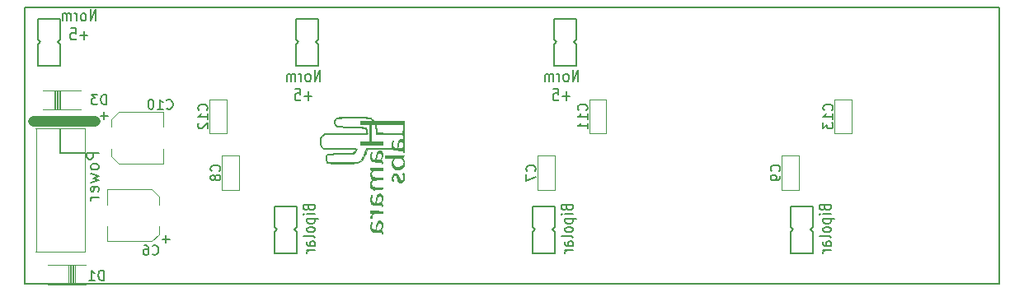
<source format=gbo>
G04 #@! TF.FileFunction,Legend,Bot*
%FSLAX46Y46*%
G04 Gerber Fmt 4.6, Leading zero omitted, Abs format (unit mm)*
G04 Created by KiCad (PCBNEW 4.0.5) date 08/02/17 20:53:55*
%MOMM*%
%LPD*%
G01*
G04 APERTURE LIST*
%ADD10C,0.100000*%
%ADD11C,0.150000*%
%ADD12C,1.100000*%
%ADD13C,0.120000*%
%ADD14C,0.010000*%
G04 APERTURE END LIST*
D10*
D11*
X106042857Y-105728572D02*
X104842857Y-105728572D01*
X104842857Y-106185715D01*
X104900000Y-106300001D01*
X104957143Y-106357144D01*
X105071429Y-106414287D01*
X105242857Y-106414287D01*
X105357143Y-106357144D01*
X105414286Y-106300001D01*
X105471429Y-106185715D01*
X105471429Y-105728572D01*
X106042857Y-107100001D02*
X105985714Y-106985715D01*
X105928571Y-106928572D01*
X105814286Y-106871429D01*
X105471429Y-106871429D01*
X105357143Y-106928572D01*
X105300000Y-106985715D01*
X105242857Y-107100001D01*
X105242857Y-107271429D01*
X105300000Y-107385715D01*
X105357143Y-107442858D01*
X105471429Y-107500001D01*
X105814286Y-107500001D01*
X105928571Y-107442858D01*
X105985714Y-107385715D01*
X106042857Y-107271429D01*
X106042857Y-107100001D01*
X105242857Y-107900001D02*
X106042857Y-108128572D01*
X105471429Y-108357143D01*
X106042857Y-108585715D01*
X105242857Y-108814286D01*
X105985714Y-109728572D02*
X106042857Y-109614286D01*
X106042857Y-109385715D01*
X105985714Y-109271429D01*
X105871429Y-109214286D01*
X105414286Y-109214286D01*
X105300000Y-109271429D01*
X105242857Y-109385715D01*
X105242857Y-109614286D01*
X105300000Y-109728572D01*
X105414286Y-109785715D01*
X105528571Y-109785715D01*
X105642857Y-109214286D01*
X106042857Y-110300000D02*
X105242857Y-110300000D01*
X105471429Y-110300000D02*
X105357143Y-110357143D01*
X105300000Y-110414286D01*
X105242857Y-110528572D01*
X105242857Y-110642857D01*
D12*
X99300000Y-102500000D02*
X105700000Y-102500000D01*
D11*
X180614286Y-111404762D02*
X180671429Y-111547619D01*
X180728571Y-111595238D01*
X180842857Y-111642857D01*
X181014286Y-111642857D01*
X181128571Y-111595238D01*
X181185714Y-111547619D01*
X181242857Y-111452381D01*
X181242857Y-111071428D01*
X180042857Y-111071428D01*
X180042857Y-111404762D01*
X180100000Y-111500000D01*
X180157143Y-111547619D01*
X180271429Y-111595238D01*
X180385714Y-111595238D01*
X180500000Y-111547619D01*
X180557143Y-111500000D01*
X180614286Y-111404762D01*
X180614286Y-111071428D01*
X181242857Y-112071428D02*
X180442857Y-112071428D01*
X180042857Y-112071428D02*
X180100000Y-112023809D01*
X180157143Y-112071428D01*
X180100000Y-112119047D01*
X180042857Y-112071428D01*
X180157143Y-112071428D01*
X180442857Y-112547618D02*
X181642857Y-112547618D01*
X180500000Y-112547618D02*
X180442857Y-112642856D01*
X180442857Y-112833333D01*
X180500000Y-112928571D01*
X180557143Y-112976190D01*
X180671429Y-113023809D01*
X181014286Y-113023809D01*
X181128571Y-112976190D01*
X181185714Y-112928571D01*
X181242857Y-112833333D01*
X181242857Y-112642856D01*
X181185714Y-112547618D01*
X181242857Y-113595237D02*
X181185714Y-113499999D01*
X181128571Y-113452380D01*
X181014286Y-113404761D01*
X180671429Y-113404761D01*
X180557143Y-113452380D01*
X180500000Y-113499999D01*
X180442857Y-113595237D01*
X180442857Y-113738095D01*
X180500000Y-113833333D01*
X180557143Y-113880952D01*
X180671429Y-113928571D01*
X181014286Y-113928571D01*
X181128571Y-113880952D01*
X181185714Y-113833333D01*
X181242857Y-113738095D01*
X181242857Y-113595237D01*
X181242857Y-114499999D02*
X181185714Y-114404761D01*
X181071429Y-114357142D01*
X180042857Y-114357142D01*
X181242857Y-115309524D02*
X180614286Y-115309524D01*
X180500000Y-115261905D01*
X180442857Y-115166667D01*
X180442857Y-114976190D01*
X180500000Y-114880952D01*
X181185714Y-115309524D02*
X181242857Y-115214286D01*
X181242857Y-114976190D01*
X181185714Y-114880952D01*
X181071429Y-114833333D01*
X180957143Y-114833333D01*
X180842857Y-114880952D01*
X180785714Y-114976190D01*
X180785714Y-115214286D01*
X180728571Y-115309524D01*
X181242857Y-115785714D02*
X180442857Y-115785714D01*
X180671429Y-115785714D02*
X180557143Y-115833333D01*
X180500000Y-115880952D01*
X180442857Y-115976190D01*
X180442857Y-116071429D01*
X155314286Y-98417857D02*
X155314286Y-97217857D01*
X154742857Y-98417857D01*
X154742857Y-97217857D01*
X154123810Y-98417857D02*
X154219048Y-98360714D01*
X154266667Y-98303571D01*
X154314286Y-98189286D01*
X154314286Y-97846429D01*
X154266667Y-97732143D01*
X154219048Y-97675000D01*
X154123810Y-97617857D01*
X153980952Y-97617857D01*
X153885714Y-97675000D01*
X153838095Y-97732143D01*
X153790476Y-97846429D01*
X153790476Y-98189286D01*
X153838095Y-98303571D01*
X153885714Y-98360714D01*
X153980952Y-98417857D01*
X154123810Y-98417857D01*
X153361905Y-98417857D02*
X153361905Y-97617857D01*
X153361905Y-97846429D02*
X153314286Y-97732143D01*
X153266667Y-97675000D01*
X153171429Y-97617857D01*
X153076190Y-97617857D01*
X152742857Y-98417857D02*
X152742857Y-97617857D01*
X152742857Y-97732143D02*
X152695238Y-97675000D01*
X152600000Y-97617857D01*
X152457142Y-97617857D01*
X152361904Y-97675000D01*
X152314285Y-97789286D01*
X152314285Y-98417857D01*
X152314285Y-97789286D02*
X152266666Y-97675000D01*
X152171428Y-97617857D01*
X152028571Y-97617857D01*
X151933333Y-97675000D01*
X151885714Y-97789286D01*
X151885714Y-98417857D01*
X154457143Y-99910714D02*
X153695238Y-99910714D01*
X154076190Y-100367857D02*
X154076190Y-99453571D01*
X152742857Y-99167857D02*
X153219048Y-99167857D01*
X153266667Y-99739286D01*
X153219048Y-99682143D01*
X153123810Y-99625000D01*
X152885714Y-99625000D01*
X152790476Y-99682143D01*
X152742857Y-99739286D01*
X152695238Y-99853571D01*
X152695238Y-100139286D01*
X152742857Y-100253571D01*
X152790476Y-100310714D01*
X152885714Y-100367857D01*
X153123810Y-100367857D01*
X153219048Y-100310714D01*
X153266667Y-100253571D01*
X154114286Y-111404762D02*
X154171429Y-111547619D01*
X154228571Y-111595238D01*
X154342857Y-111642857D01*
X154514286Y-111642857D01*
X154628571Y-111595238D01*
X154685714Y-111547619D01*
X154742857Y-111452381D01*
X154742857Y-111071428D01*
X153542857Y-111071428D01*
X153542857Y-111404762D01*
X153600000Y-111500000D01*
X153657143Y-111547619D01*
X153771429Y-111595238D01*
X153885714Y-111595238D01*
X154000000Y-111547619D01*
X154057143Y-111500000D01*
X154114286Y-111404762D01*
X154114286Y-111071428D01*
X154742857Y-112071428D02*
X153942857Y-112071428D01*
X153542857Y-112071428D02*
X153600000Y-112023809D01*
X153657143Y-112071428D01*
X153600000Y-112119047D01*
X153542857Y-112071428D01*
X153657143Y-112071428D01*
X153942857Y-112547618D02*
X155142857Y-112547618D01*
X154000000Y-112547618D02*
X153942857Y-112642856D01*
X153942857Y-112833333D01*
X154000000Y-112928571D01*
X154057143Y-112976190D01*
X154171429Y-113023809D01*
X154514286Y-113023809D01*
X154628571Y-112976190D01*
X154685714Y-112928571D01*
X154742857Y-112833333D01*
X154742857Y-112642856D01*
X154685714Y-112547618D01*
X154742857Y-113595237D02*
X154685714Y-113499999D01*
X154628571Y-113452380D01*
X154514286Y-113404761D01*
X154171429Y-113404761D01*
X154057143Y-113452380D01*
X154000000Y-113499999D01*
X153942857Y-113595237D01*
X153942857Y-113738095D01*
X154000000Y-113833333D01*
X154057143Y-113880952D01*
X154171429Y-113928571D01*
X154514286Y-113928571D01*
X154628571Y-113880952D01*
X154685714Y-113833333D01*
X154742857Y-113738095D01*
X154742857Y-113595237D01*
X154742857Y-114499999D02*
X154685714Y-114404761D01*
X154571429Y-114357142D01*
X153542857Y-114357142D01*
X154742857Y-115309524D02*
X154114286Y-115309524D01*
X154000000Y-115261905D01*
X153942857Y-115166667D01*
X153942857Y-114976190D01*
X154000000Y-114880952D01*
X154685714Y-115309524D02*
X154742857Y-115214286D01*
X154742857Y-114976190D01*
X154685714Y-114880952D01*
X154571429Y-114833333D01*
X154457143Y-114833333D01*
X154342857Y-114880952D01*
X154285714Y-114976190D01*
X154285714Y-115214286D01*
X154228571Y-115309524D01*
X154742857Y-115785714D02*
X153942857Y-115785714D01*
X154171429Y-115785714D02*
X154057143Y-115833333D01*
X154000000Y-115880952D01*
X153942857Y-115976190D01*
X153942857Y-116071429D01*
X128814286Y-98417857D02*
X128814286Y-97217857D01*
X128242857Y-98417857D01*
X128242857Y-97217857D01*
X127623810Y-98417857D02*
X127719048Y-98360714D01*
X127766667Y-98303571D01*
X127814286Y-98189286D01*
X127814286Y-97846429D01*
X127766667Y-97732143D01*
X127719048Y-97675000D01*
X127623810Y-97617857D01*
X127480952Y-97617857D01*
X127385714Y-97675000D01*
X127338095Y-97732143D01*
X127290476Y-97846429D01*
X127290476Y-98189286D01*
X127338095Y-98303571D01*
X127385714Y-98360714D01*
X127480952Y-98417857D01*
X127623810Y-98417857D01*
X126861905Y-98417857D02*
X126861905Y-97617857D01*
X126861905Y-97846429D02*
X126814286Y-97732143D01*
X126766667Y-97675000D01*
X126671429Y-97617857D01*
X126576190Y-97617857D01*
X126242857Y-98417857D02*
X126242857Y-97617857D01*
X126242857Y-97732143D02*
X126195238Y-97675000D01*
X126100000Y-97617857D01*
X125957142Y-97617857D01*
X125861904Y-97675000D01*
X125814285Y-97789286D01*
X125814285Y-98417857D01*
X125814285Y-97789286D02*
X125766666Y-97675000D01*
X125671428Y-97617857D01*
X125528571Y-97617857D01*
X125433333Y-97675000D01*
X125385714Y-97789286D01*
X125385714Y-98417857D01*
X127957143Y-99910714D02*
X127195238Y-99910714D01*
X127576190Y-100367857D02*
X127576190Y-99453571D01*
X126242857Y-99167857D02*
X126719048Y-99167857D01*
X126766667Y-99739286D01*
X126719048Y-99682143D01*
X126623810Y-99625000D01*
X126385714Y-99625000D01*
X126290476Y-99682143D01*
X126242857Y-99739286D01*
X126195238Y-99853571D01*
X126195238Y-100139286D01*
X126242857Y-100253571D01*
X126290476Y-100310714D01*
X126385714Y-100367857D01*
X126623810Y-100367857D01*
X126719048Y-100310714D01*
X126766667Y-100253571D01*
X127614286Y-111404762D02*
X127671429Y-111547619D01*
X127728571Y-111595238D01*
X127842857Y-111642857D01*
X128014286Y-111642857D01*
X128128571Y-111595238D01*
X128185714Y-111547619D01*
X128242857Y-111452381D01*
X128242857Y-111071428D01*
X127042857Y-111071428D01*
X127042857Y-111404762D01*
X127100000Y-111500000D01*
X127157143Y-111547619D01*
X127271429Y-111595238D01*
X127385714Y-111595238D01*
X127500000Y-111547619D01*
X127557143Y-111500000D01*
X127614286Y-111404762D01*
X127614286Y-111071428D01*
X128242857Y-112071428D02*
X127442857Y-112071428D01*
X127042857Y-112071428D02*
X127100000Y-112023809D01*
X127157143Y-112071428D01*
X127100000Y-112119047D01*
X127042857Y-112071428D01*
X127157143Y-112071428D01*
X127442857Y-112547618D02*
X128642857Y-112547618D01*
X127500000Y-112547618D02*
X127442857Y-112642856D01*
X127442857Y-112833333D01*
X127500000Y-112928571D01*
X127557143Y-112976190D01*
X127671429Y-113023809D01*
X128014286Y-113023809D01*
X128128571Y-112976190D01*
X128185714Y-112928571D01*
X128242857Y-112833333D01*
X128242857Y-112642856D01*
X128185714Y-112547618D01*
X128242857Y-113595237D02*
X128185714Y-113499999D01*
X128128571Y-113452380D01*
X128014286Y-113404761D01*
X127671429Y-113404761D01*
X127557143Y-113452380D01*
X127500000Y-113499999D01*
X127442857Y-113595237D01*
X127442857Y-113738095D01*
X127500000Y-113833333D01*
X127557143Y-113880952D01*
X127671429Y-113928571D01*
X128014286Y-113928571D01*
X128128571Y-113880952D01*
X128185714Y-113833333D01*
X128242857Y-113738095D01*
X128242857Y-113595237D01*
X128242857Y-114499999D02*
X128185714Y-114404761D01*
X128071429Y-114357142D01*
X127042857Y-114357142D01*
X128242857Y-115309524D02*
X127614286Y-115309524D01*
X127500000Y-115261905D01*
X127442857Y-115166667D01*
X127442857Y-114976190D01*
X127500000Y-114880952D01*
X128185714Y-115309524D02*
X128242857Y-115214286D01*
X128242857Y-114976190D01*
X128185714Y-114880952D01*
X128071429Y-114833333D01*
X127957143Y-114833333D01*
X127842857Y-114880952D01*
X127785714Y-114976190D01*
X127785714Y-115214286D01*
X127728571Y-115309524D01*
X128242857Y-115785714D02*
X127442857Y-115785714D01*
X127671429Y-115785714D02*
X127557143Y-115833333D01*
X127500000Y-115880952D01*
X127442857Y-115976190D01*
X127442857Y-116071429D01*
X105764286Y-92167857D02*
X105764286Y-90967857D01*
X105192857Y-92167857D01*
X105192857Y-90967857D01*
X104573810Y-92167857D02*
X104669048Y-92110714D01*
X104716667Y-92053571D01*
X104764286Y-91939286D01*
X104764286Y-91596429D01*
X104716667Y-91482143D01*
X104669048Y-91425000D01*
X104573810Y-91367857D01*
X104430952Y-91367857D01*
X104335714Y-91425000D01*
X104288095Y-91482143D01*
X104240476Y-91596429D01*
X104240476Y-91939286D01*
X104288095Y-92053571D01*
X104335714Y-92110714D01*
X104430952Y-92167857D01*
X104573810Y-92167857D01*
X103811905Y-92167857D02*
X103811905Y-91367857D01*
X103811905Y-91596429D02*
X103764286Y-91482143D01*
X103716667Y-91425000D01*
X103621429Y-91367857D01*
X103526190Y-91367857D01*
X103192857Y-92167857D02*
X103192857Y-91367857D01*
X103192857Y-91482143D02*
X103145238Y-91425000D01*
X103050000Y-91367857D01*
X102907142Y-91367857D01*
X102811904Y-91425000D01*
X102764285Y-91539286D01*
X102764285Y-92167857D01*
X102764285Y-91539286D02*
X102716666Y-91425000D01*
X102621428Y-91367857D01*
X102478571Y-91367857D01*
X102383333Y-91425000D01*
X102335714Y-91539286D01*
X102335714Y-92167857D01*
X104907143Y-93660714D02*
X104145238Y-93660714D01*
X104526190Y-94117857D02*
X104526190Y-93203571D01*
X103192857Y-92917857D02*
X103669048Y-92917857D01*
X103716667Y-93489286D01*
X103669048Y-93432143D01*
X103573810Y-93375000D01*
X103335714Y-93375000D01*
X103240476Y-93432143D01*
X103192857Y-93489286D01*
X103145238Y-93603571D01*
X103145238Y-93889286D01*
X103192857Y-94003571D01*
X103240476Y-94060714D01*
X103335714Y-94117857D01*
X103573810Y-94117857D01*
X103669048Y-94060714D01*
X103716667Y-94003571D01*
X98501100Y-119238600D02*
X198501100Y-119238600D01*
X198501100Y-119238600D02*
X198501100Y-90768600D01*
X198501100Y-90768600D02*
X98501100Y-90768600D01*
X98501100Y-90768600D02*
X98501100Y-119238600D01*
D13*
X106930000Y-114870000D02*
X106930000Y-113320000D01*
X106930000Y-109530000D02*
X106930000Y-111080000D01*
X112270000Y-114110000D02*
X112270000Y-113320000D01*
X112270000Y-110290000D02*
X112270000Y-111080000D01*
X106930000Y-109530000D02*
X111510000Y-109530000D01*
X111510000Y-109530000D02*
X112270000Y-110290000D01*
X112270000Y-114110000D02*
X111510000Y-114870000D01*
X111510000Y-114870000D02*
X106930000Y-114870000D01*
X112670000Y-101530000D02*
X112670000Y-103080000D01*
X112670000Y-106870000D02*
X112670000Y-105320000D01*
X107330000Y-102290000D02*
X107330000Y-103080000D01*
X107330000Y-106110000D02*
X107330000Y-105320000D01*
X112670000Y-106870000D02*
X108090000Y-106870000D01*
X108090000Y-106870000D02*
X107330000Y-106110000D01*
X107330000Y-102290000D02*
X108090000Y-101530000D01*
X108090000Y-101530000D02*
X112670000Y-101530000D01*
X102128000Y-101300000D02*
X102128000Y-99300000D01*
X102001000Y-101300000D02*
X102001000Y-99300000D01*
X101874000Y-101300000D02*
X101874000Y-99300000D01*
X101747000Y-101300000D02*
X101747000Y-99300000D01*
X101620000Y-101300000D02*
X101620000Y-99300000D01*
X101493000Y-101300000D02*
X101493000Y-99300000D01*
X100350000Y-99300000D02*
X104250000Y-99300000D01*
X100350000Y-101300000D02*
X104250000Y-101300000D01*
X102972000Y-117300000D02*
X102972000Y-119300000D01*
X103099000Y-117300000D02*
X103099000Y-119300000D01*
X103226000Y-117300000D02*
X103226000Y-119300000D01*
X103353000Y-117300000D02*
X103353000Y-119300000D01*
X103480000Y-117300000D02*
X103480000Y-119300000D01*
X103607000Y-117300000D02*
X103607000Y-119300000D01*
X104750000Y-119300000D02*
X100850000Y-119300000D01*
X104750000Y-117300000D02*
X100850000Y-117300000D01*
D14*
G36*
X128761540Y-104814230D02*
X128831952Y-105024543D01*
X128958090Y-105203001D01*
X128965314Y-105210750D01*
X129094942Y-105348333D01*
X130758804Y-105348333D01*
X131194983Y-105348265D01*
X131552963Y-105348876D01*
X131839210Y-105351383D01*
X132060191Y-105357006D01*
X132222371Y-105366965D01*
X132332218Y-105382477D01*
X132396196Y-105404763D01*
X132420772Y-105435041D01*
X132412412Y-105474530D01*
X132377583Y-105524450D01*
X132322750Y-105586019D01*
X132277757Y-105634705D01*
X132132847Y-105792833D01*
X130838147Y-105801088D01*
X130514654Y-105803864D01*
X130218307Y-105807772D01*
X129959749Y-105812563D01*
X129749621Y-105817991D01*
X129598565Y-105823806D01*
X129517222Y-105829760D01*
X129506538Y-105832155D01*
X129448552Y-105902676D01*
X129392182Y-106025099D01*
X129349438Y-106167304D01*
X129332334Y-106297167D01*
X129332333Y-106298007D01*
X129353888Y-106470246D01*
X129410542Y-106629854D01*
X129490278Y-106748163D01*
X129535754Y-106783253D01*
X129615416Y-106803203D01*
X129767217Y-106820644D01*
X129978656Y-106835265D01*
X130237234Y-106846756D01*
X130530451Y-106854806D01*
X130845807Y-106859104D01*
X131170802Y-106859339D01*
X131492937Y-106855200D01*
X131799712Y-106846377D01*
X131901936Y-106842088D01*
X132175019Y-106829196D01*
X132377710Y-106817634D01*
X132524199Y-106804974D01*
X132628677Y-106788787D01*
X132705334Y-106766645D01*
X132768361Y-106736120D01*
X132831949Y-106694783D01*
X132854436Y-106679084D01*
X133059955Y-106490948D01*
X133247868Y-106231768D01*
X133409508Y-105914695D01*
X133481617Y-105727506D01*
X133605569Y-105369500D01*
X134924627Y-105358305D01*
X135317068Y-105355782D01*
X135632250Y-105355722D01*
X135877550Y-105358350D01*
X136060345Y-105363893D01*
X136188013Y-105372575D01*
X136267933Y-105384624D01*
X136307480Y-105400264D01*
X136307939Y-105400639D01*
X136382152Y-105427818D01*
X136527914Y-105451364D01*
X136732128Y-105469438D01*
X136840412Y-105475333D01*
X137044699Y-105485357D01*
X137179890Y-105496025D01*
X137261491Y-105511325D01*
X137305005Y-105535242D01*
X137325939Y-105571764D01*
X137334341Y-105602333D01*
X137353297Y-105671347D01*
X137366944Y-105666610D01*
X137386513Y-105583611D01*
X137387032Y-105581166D01*
X137393086Y-105510047D01*
X137398182Y-105364877D01*
X137402201Y-105156272D01*
X137405024Y-104894843D01*
X137406530Y-104591203D01*
X137406599Y-104255965D01*
X137405424Y-103951333D01*
X137396833Y-102448500D01*
X135585105Y-102455000D01*
X135585105Y-102787339D01*
X135900481Y-102787798D01*
X136205422Y-102788996D01*
X136484181Y-102790812D01*
X136721012Y-102793130D01*
X136900167Y-102795828D01*
X136984083Y-102797922D01*
X137291000Y-102808333D01*
X137290351Y-103221083D01*
X137286495Y-103404528D01*
X137276664Y-103559062D01*
X137262568Y-103663009D01*
X137253253Y-103691361D01*
X137229996Y-103707753D01*
X137178142Y-103719957D01*
X137089324Y-103728140D01*
X136955173Y-103732469D01*
X136767320Y-103733111D01*
X136517398Y-103730234D01*
X136197037Y-103724004D01*
X135929036Y-103717802D01*
X134641271Y-103686714D01*
X134590355Y-103321607D01*
X134564441Y-103144913D01*
X134539833Y-102992769D01*
X134520718Y-102890580D01*
X134516241Y-102871833D01*
X134511621Y-102846118D01*
X134519853Y-102826220D01*
X134550347Y-102811397D01*
X134612511Y-102800904D01*
X134715754Y-102793998D01*
X134869485Y-102789934D01*
X135083113Y-102787970D01*
X135366046Y-102787361D01*
X135585105Y-102787339D01*
X135585105Y-102455000D01*
X134348833Y-102459436D01*
X134193828Y-102319878D01*
X134124475Y-102257149D01*
X134063280Y-102205767D01*
X134001368Y-102164605D01*
X133929866Y-102132537D01*
X133839898Y-102108436D01*
X133722589Y-102091175D01*
X133569065Y-102079628D01*
X133370451Y-102072668D01*
X133117873Y-102069168D01*
X132802456Y-102068002D01*
X132422309Y-102068042D01*
X132422309Y-102143279D01*
X132723297Y-102144040D01*
X132995854Y-102148005D01*
X133227414Y-102155424D01*
X133382789Y-102164646D01*
X133616486Y-102185767D01*
X133783046Y-102208069D01*
X133899965Y-102235174D01*
X133984736Y-102270702D01*
X134028372Y-102298224D01*
X134113383Y-102364018D01*
X134151797Y-102411745D01*
X134136913Y-102443526D01*
X134062033Y-102461484D01*
X133920456Y-102467737D01*
X133705483Y-102464409D01*
X133523333Y-102458116D01*
X132888333Y-102433711D01*
X132888333Y-102817816D01*
X133385750Y-102802491D01*
X133883166Y-102787166D01*
X133883166Y-104565166D01*
X133385750Y-104561829D01*
X132888333Y-104558492D01*
X132888333Y-104925000D01*
X135174333Y-104925000D01*
X135174333Y-104558613D01*
X134609357Y-104577774D01*
X134044382Y-104596935D01*
X134017059Y-104369384D01*
X134002548Y-104187430D01*
X133993741Y-103949305D01*
X133990650Y-103682934D01*
X133993288Y-103416238D01*
X134001668Y-103177142D01*
X134015803Y-102993568D01*
X134016431Y-102988250D01*
X134043126Y-102766000D01*
X134207611Y-102766000D01*
X134294208Y-102772664D01*
X134358277Y-102800839D01*
X134405558Y-102862797D01*
X134441790Y-102970809D01*
X134472710Y-103137147D01*
X134504058Y-103374084D01*
X134508245Y-103408879D01*
X134557928Y-103824333D01*
X135903297Y-103824333D01*
X136280566Y-103824757D01*
X136581465Y-103826289D01*
X136814288Y-103829322D01*
X136987327Y-103834247D01*
X137108876Y-103841455D01*
X137187229Y-103851337D01*
X137230678Y-103864285D01*
X137247519Y-103880691D01*
X137248666Y-103887833D01*
X137271525Y-103944169D01*
X137291000Y-103951333D01*
X137315076Y-103989422D01*
X137330411Y-104086874D01*
X137333333Y-104164489D01*
X137330959Y-104288704D01*
X137317928Y-104344853D01*
X137285374Y-104349515D01*
X137244723Y-104330223D01*
X137110766Y-104301893D01*
X137109447Y-104302320D01*
X137109447Y-104544572D01*
X137229591Y-104581155D01*
X137266809Y-104610523D01*
X137319407Y-104714596D01*
X137333647Y-104860234D01*
X137310832Y-105014202D01*
X137291000Y-105057902D01*
X137291000Y-105179000D01*
X137332103Y-105211214D01*
X137333333Y-105221333D01*
X137301118Y-105262436D01*
X137291000Y-105263666D01*
X137249896Y-105231452D01*
X137248666Y-105221333D01*
X137280881Y-105180230D01*
X137291000Y-105179000D01*
X137291000Y-105057902D01*
X137252264Y-105143260D01*
X137245594Y-105152124D01*
X137175328Y-105222350D01*
X137088621Y-105255337D01*
X136952045Y-105263665D01*
X136949260Y-105263666D01*
X136829481Y-105261222D01*
X136754043Y-105254981D01*
X136740666Y-105250274D01*
X136751882Y-105151477D01*
X136780354Y-105010070D01*
X136818318Y-104857183D01*
X136858010Y-104723946D01*
X136891667Y-104641487D01*
X136893056Y-104639250D01*
X136985404Y-104564849D01*
X137109447Y-104544572D01*
X137109447Y-104302320D01*
X136978505Y-104344802D01*
X136888495Y-104432740D01*
X136849245Y-104521761D01*
X136805427Y-104665513D01*
X136765683Y-104835095D01*
X136760872Y-104859586D01*
X136728350Y-105019354D01*
X136698758Y-105146978D01*
X136677541Y-105219365D01*
X136674580Y-105225518D01*
X136607854Y-105262440D01*
X136504013Y-105253573D01*
X136393051Y-105204752D01*
X136336575Y-105159757D01*
X136256756Y-105024778D01*
X136231438Y-104851233D01*
X136262518Y-104666898D01*
X136297253Y-104584231D01*
X136332116Y-104494319D01*
X136318239Y-104459415D01*
X136316260Y-104459333D01*
X136259564Y-104498106D01*
X136209763Y-104600194D01*
X136172938Y-104744248D01*
X136155170Y-104908919D01*
X136156863Y-105018888D01*
X136174569Y-105263666D01*
X134847622Y-105263666D01*
X134458173Y-105264421D01*
X134146359Y-105266869D01*
X133905160Y-105271287D01*
X133727555Y-105277951D01*
X133606526Y-105287140D01*
X133535051Y-105299128D01*
X133506111Y-105314194D01*
X133505049Y-105316583D01*
X133380572Y-105702345D01*
X133255619Y-106012870D01*
X133125074Y-106257460D01*
X132983824Y-106445417D01*
X132826751Y-106586043D01*
X132794864Y-106608068D01*
X132619506Y-106724166D01*
X131139083Y-106736332D01*
X130746230Y-106739455D01*
X130429222Y-106741396D01*
X130179242Y-106741711D01*
X129987471Y-106739952D01*
X129845090Y-106735674D01*
X129743282Y-106728431D01*
X129673229Y-106717777D01*
X129626112Y-106703265D01*
X129593114Y-106684451D01*
X129565416Y-106660887D01*
X129560727Y-106656496D01*
X129472633Y-106521525D01*
X129431907Y-106344349D01*
X129443061Y-106155785D01*
X129473103Y-106058005D01*
X129536582Y-105906080D01*
X130842041Y-105891790D01*
X131228079Y-105887411D01*
X131538883Y-105882311D01*
X131783874Y-105874525D01*
X131972475Y-105862090D01*
X132114109Y-105843044D01*
X132218197Y-105815422D01*
X132294163Y-105777263D01*
X132351429Y-105726602D01*
X132399418Y-105661476D01*
X132447552Y-105579923D01*
X132462134Y-105554236D01*
X132503791Y-105483156D01*
X132535727Y-105424681D01*
X132551099Y-105377586D01*
X132543062Y-105340646D01*
X132504773Y-105312635D01*
X132429386Y-105292328D01*
X132310057Y-105278500D01*
X132139943Y-105269926D01*
X131912199Y-105265381D01*
X131619981Y-105263639D01*
X131256444Y-105263476D01*
X130838929Y-105263666D01*
X129128192Y-105263666D01*
X129022234Y-105137742D01*
X128889313Y-104916574D01*
X128832945Y-104659690D01*
X128837006Y-104475772D01*
X128894486Y-104220126D01*
X129009360Y-104024372D01*
X129155081Y-103900976D01*
X129188203Y-103881552D01*
X129224249Y-103865389D01*
X129270532Y-103852310D01*
X129334362Y-103842137D01*
X129423052Y-103834694D01*
X129543914Y-103829802D01*
X129704258Y-103827285D01*
X129911397Y-103826965D01*
X130172642Y-103828666D01*
X130495305Y-103832210D01*
X130886697Y-103837420D01*
X131354131Y-103844119D01*
X131446041Y-103845456D01*
X131958148Y-103852426D01*
X132390784Y-103857183D01*
X132749119Y-103859682D01*
X133038320Y-103859882D01*
X133263557Y-103857737D01*
X133429997Y-103853205D01*
X133542810Y-103846243D01*
X133607164Y-103836807D01*
X133627437Y-103827131D01*
X133643335Y-103746712D01*
X133638470Y-103615196D01*
X133617385Y-103462283D01*
X133584620Y-103317673D01*
X133544718Y-103211066D01*
X133529700Y-103187975D01*
X133506238Y-103164454D01*
X133472459Y-103145161D01*
X133419369Y-103129274D01*
X133337976Y-103115969D01*
X133219289Y-103104424D01*
X133054315Y-103093815D01*
X132834062Y-103083319D01*
X132549538Y-103072114D01*
X132191752Y-103059376D01*
X132084000Y-103055656D01*
X131619656Y-103037997D01*
X131239171Y-103019856D01*
X130942728Y-103001245D01*
X130730509Y-102982177D01*
X130602695Y-102962664D01*
X130573876Y-102954199D01*
X130430272Y-102860085D01*
X130338342Y-102727194D01*
X130300149Y-102575643D01*
X130317758Y-102425554D01*
X130393234Y-102297047D01*
X130498778Y-102222331D01*
X130574846Y-102206517D01*
X130723009Y-102191896D01*
X130930702Y-102178718D01*
X131185359Y-102167235D01*
X131474415Y-102157698D01*
X131785302Y-102150359D01*
X132105455Y-102145469D01*
X132422309Y-102143279D01*
X132422309Y-102068042D01*
X132415324Y-102068043D01*
X132211000Y-102068157D01*
X131792805Y-102068596D01*
X131450734Y-102069790D01*
X131176243Y-102072111D01*
X130960789Y-102075929D01*
X130795830Y-102081616D01*
X130672823Y-102089541D01*
X130583225Y-102100077D01*
X130518493Y-102113594D01*
X130470084Y-102130463D01*
X130440248Y-102145052D01*
X130307227Y-102258987D01*
X130220254Y-102416902D01*
X130193896Y-102588345D01*
X130201352Y-102644399D01*
X130273059Y-102808626D01*
X130398057Y-102953520D01*
X130549078Y-103048739D01*
X130571968Y-103056763D01*
X130647484Y-103068822D01*
X130796001Y-103082637D01*
X131005892Y-103097490D01*
X131265528Y-103112665D01*
X131563280Y-103127444D01*
X131887520Y-103141112D01*
X132020500Y-103146053D01*
X132348235Y-103158360D01*
X132650737Y-103170865D01*
X132917070Y-103183026D01*
X133136299Y-103194302D01*
X133297489Y-103204151D01*
X133389705Y-103212030D01*
X133405446Y-103214683D01*
X133465435Y-103273184D01*
X133503135Y-103392802D01*
X133525553Y-103525395D01*
X133546330Y-103637436D01*
X133547745Y-103644416D01*
X133567279Y-103739666D01*
X129224987Y-103739666D01*
X129071520Y-103843950D01*
X128907327Y-104004654D01*
X128794935Y-104220536D01*
X128742496Y-104474227D01*
X128739666Y-104551048D01*
X128761540Y-104814230D01*
X128761540Y-104814230D01*
G37*
X128761540Y-104814230D02*
X128831952Y-105024543D01*
X128958090Y-105203001D01*
X128965314Y-105210750D01*
X129094942Y-105348333D01*
X130758804Y-105348333D01*
X131194983Y-105348265D01*
X131552963Y-105348876D01*
X131839210Y-105351383D01*
X132060191Y-105357006D01*
X132222371Y-105366965D01*
X132332218Y-105382477D01*
X132396196Y-105404763D01*
X132420772Y-105435041D01*
X132412412Y-105474530D01*
X132377583Y-105524450D01*
X132322750Y-105586019D01*
X132277757Y-105634705D01*
X132132847Y-105792833D01*
X130838147Y-105801088D01*
X130514654Y-105803864D01*
X130218307Y-105807772D01*
X129959749Y-105812563D01*
X129749621Y-105817991D01*
X129598565Y-105823806D01*
X129517222Y-105829760D01*
X129506538Y-105832155D01*
X129448552Y-105902676D01*
X129392182Y-106025099D01*
X129349438Y-106167304D01*
X129332334Y-106297167D01*
X129332333Y-106298007D01*
X129353888Y-106470246D01*
X129410542Y-106629854D01*
X129490278Y-106748163D01*
X129535754Y-106783253D01*
X129615416Y-106803203D01*
X129767217Y-106820644D01*
X129978656Y-106835265D01*
X130237234Y-106846756D01*
X130530451Y-106854806D01*
X130845807Y-106859104D01*
X131170802Y-106859339D01*
X131492937Y-106855200D01*
X131799712Y-106846377D01*
X131901936Y-106842088D01*
X132175019Y-106829196D01*
X132377710Y-106817634D01*
X132524199Y-106804974D01*
X132628677Y-106788787D01*
X132705334Y-106766645D01*
X132768361Y-106736120D01*
X132831949Y-106694783D01*
X132854436Y-106679084D01*
X133059955Y-106490948D01*
X133247868Y-106231768D01*
X133409508Y-105914695D01*
X133481617Y-105727506D01*
X133605569Y-105369500D01*
X134924627Y-105358305D01*
X135317068Y-105355782D01*
X135632250Y-105355722D01*
X135877550Y-105358350D01*
X136060345Y-105363893D01*
X136188013Y-105372575D01*
X136267933Y-105384624D01*
X136307480Y-105400264D01*
X136307939Y-105400639D01*
X136382152Y-105427818D01*
X136527914Y-105451364D01*
X136732128Y-105469438D01*
X136840412Y-105475333D01*
X137044699Y-105485357D01*
X137179890Y-105496025D01*
X137261491Y-105511325D01*
X137305005Y-105535242D01*
X137325939Y-105571764D01*
X137334341Y-105602333D01*
X137353297Y-105671347D01*
X137366944Y-105666610D01*
X137386513Y-105583611D01*
X137387032Y-105581166D01*
X137393086Y-105510047D01*
X137398182Y-105364877D01*
X137402201Y-105156272D01*
X137405024Y-104894843D01*
X137406530Y-104591203D01*
X137406599Y-104255965D01*
X137405424Y-103951333D01*
X137396833Y-102448500D01*
X135585105Y-102455000D01*
X135585105Y-102787339D01*
X135900481Y-102787798D01*
X136205422Y-102788996D01*
X136484181Y-102790812D01*
X136721012Y-102793130D01*
X136900167Y-102795828D01*
X136984083Y-102797922D01*
X137291000Y-102808333D01*
X137290351Y-103221083D01*
X137286495Y-103404528D01*
X137276664Y-103559062D01*
X137262568Y-103663009D01*
X137253253Y-103691361D01*
X137229996Y-103707753D01*
X137178142Y-103719957D01*
X137089324Y-103728140D01*
X136955173Y-103732469D01*
X136767320Y-103733111D01*
X136517398Y-103730234D01*
X136197037Y-103724004D01*
X135929036Y-103717802D01*
X134641271Y-103686714D01*
X134590355Y-103321607D01*
X134564441Y-103144913D01*
X134539833Y-102992769D01*
X134520718Y-102890580D01*
X134516241Y-102871833D01*
X134511621Y-102846118D01*
X134519853Y-102826220D01*
X134550347Y-102811397D01*
X134612511Y-102800904D01*
X134715754Y-102793998D01*
X134869485Y-102789934D01*
X135083113Y-102787970D01*
X135366046Y-102787361D01*
X135585105Y-102787339D01*
X135585105Y-102455000D01*
X134348833Y-102459436D01*
X134193828Y-102319878D01*
X134124475Y-102257149D01*
X134063280Y-102205767D01*
X134001368Y-102164605D01*
X133929866Y-102132537D01*
X133839898Y-102108436D01*
X133722589Y-102091175D01*
X133569065Y-102079628D01*
X133370451Y-102072668D01*
X133117873Y-102069168D01*
X132802456Y-102068002D01*
X132422309Y-102068042D01*
X132422309Y-102143279D01*
X132723297Y-102144040D01*
X132995854Y-102148005D01*
X133227414Y-102155424D01*
X133382789Y-102164646D01*
X133616486Y-102185767D01*
X133783046Y-102208069D01*
X133899965Y-102235174D01*
X133984736Y-102270702D01*
X134028372Y-102298224D01*
X134113383Y-102364018D01*
X134151797Y-102411745D01*
X134136913Y-102443526D01*
X134062033Y-102461484D01*
X133920456Y-102467737D01*
X133705483Y-102464409D01*
X133523333Y-102458116D01*
X132888333Y-102433711D01*
X132888333Y-102817816D01*
X133385750Y-102802491D01*
X133883166Y-102787166D01*
X133883166Y-104565166D01*
X133385750Y-104561829D01*
X132888333Y-104558492D01*
X132888333Y-104925000D01*
X135174333Y-104925000D01*
X135174333Y-104558613D01*
X134609357Y-104577774D01*
X134044382Y-104596935D01*
X134017059Y-104369384D01*
X134002548Y-104187430D01*
X133993741Y-103949305D01*
X133990650Y-103682934D01*
X133993288Y-103416238D01*
X134001668Y-103177142D01*
X134015803Y-102993568D01*
X134016431Y-102988250D01*
X134043126Y-102766000D01*
X134207611Y-102766000D01*
X134294208Y-102772664D01*
X134358277Y-102800839D01*
X134405558Y-102862797D01*
X134441790Y-102970809D01*
X134472710Y-103137147D01*
X134504058Y-103374084D01*
X134508245Y-103408879D01*
X134557928Y-103824333D01*
X135903297Y-103824333D01*
X136280566Y-103824757D01*
X136581465Y-103826289D01*
X136814288Y-103829322D01*
X136987327Y-103834247D01*
X137108876Y-103841455D01*
X137187229Y-103851337D01*
X137230678Y-103864285D01*
X137247519Y-103880691D01*
X137248666Y-103887833D01*
X137271525Y-103944169D01*
X137291000Y-103951333D01*
X137315076Y-103989422D01*
X137330411Y-104086874D01*
X137333333Y-104164489D01*
X137330959Y-104288704D01*
X137317928Y-104344853D01*
X137285374Y-104349515D01*
X137244723Y-104330223D01*
X137110766Y-104301893D01*
X137109447Y-104302320D01*
X137109447Y-104544572D01*
X137229591Y-104581155D01*
X137266809Y-104610523D01*
X137319407Y-104714596D01*
X137333647Y-104860234D01*
X137310832Y-105014202D01*
X137291000Y-105057902D01*
X137291000Y-105179000D01*
X137332103Y-105211214D01*
X137333333Y-105221333D01*
X137301118Y-105262436D01*
X137291000Y-105263666D01*
X137249896Y-105231452D01*
X137248666Y-105221333D01*
X137280881Y-105180230D01*
X137291000Y-105179000D01*
X137291000Y-105057902D01*
X137252264Y-105143260D01*
X137245594Y-105152124D01*
X137175328Y-105222350D01*
X137088621Y-105255337D01*
X136952045Y-105263665D01*
X136949260Y-105263666D01*
X136829481Y-105261222D01*
X136754043Y-105254981D01*
X136740666Y-105250274D01*
X136751882Y-105151477D01*
X136780354Y-105010070D01*
X136818318Y-104857183D01*
X136858010Y-104723946D01*
X136891667Y-104641487D01*
X136893056Y-104639250D01*
X136985404Y-104564849D01*
X137109447Y-104544572D01*
X137109447Y-104302320D01*
X136978505Y-104344802D01*
X136888495Y-104432740D01*
X136849245Y-104521761D01*
X136805427Y-104665513D01*
X136765683Y-104835095D01*
X136760872Y-104859586D01*
X136728350Y-105019354D01*
X136698758Y-105146978D01*
X136677541Y-105219365D01*
X136674580Y-105225518D01*
X136607854Y-105262440D01*
X136504013Y-105253573D01*
X136393051Y-105204752D01*
X136336575Y-105159757D01*
X136256756Y-105024778D01*
X136231438Y-104851233D01*
X136262518Y-104666898D01*
X136297253Y-104584231D01*
X136332116Y-104494319D01*
X136318239Y-104459415D01*
X136316260Y-104459333D01*
X136259564Y-104498106D01*
X136209763Y-104600194D01*
X136172938Y-104744248D01*
X136155170Y-104908919D01*
X136156863Y-105018888D01*
X136174569Y-105263666D01*
X134847622Y-105263666D01*
X134458173Y-105264421D01*
X134146359Y-105266869D01*
X133905160Y-105271287D01*
X133727555Y-105277951D01*
X133606526Y-105287140D01*
X133535051Y-105299128D01*
X133506111Y-105314194D01*
X133505049Y-105316583D01*
X133380572Y-105702345D01*
X133255619Y-106012870D01*
X133125074Y-106257460D01*
X132983824Y-106445417D01*
X132826751Y-106586043D01*
X132794864Y-106608068D01*
X132619506Y-106724166D01*
X131139083Y-106736332D01*
X130746230Y-106739455D01*
X130429222Y-106741396D01*
X130179242Y-106741711D01*
X129987471Y-106739952D01*
X129845090Y-106735674D01*
X129743282Y-106728431D01*
X129673229Y-106717777D01*
X129626112Y-106703265D01*
X129593114Y-106684451D01*
X129565416Y-106660887D01*
X129560727Y-106656496D01*
X129472633Y-106521525D01*
X129431907Y-106344349D01*
X129443061Y-106155785D01*
X129473103Y-106058005D01*
X129536582Y-105906080D01*
X130842041Y-105891790D01*
X131228079Y-105887411D01*
X131538883Y-105882311D01*
X131783874Y-105874525D01*
X131972475Y-105862090D01*
X132114109Y-105843044D01*
X132218197Y-105815422D01*
X132294163Y-105777263D01*
X132351429Y-105726602D01*
X132399418Y-105661476D01*
X132447552Y-105579923D01*
X132462134Y-105554236D01*
X132503791Y-105483156D01*
X132535727Y-105424681D01*
X132551099Y-105377586D01*
X132543062Y-105340646D01*
X132504773Y-105312635D01*
X132429386Y-105292328D01*
X132310057Y-105278500D01*
X132139943Y-105269926D01*
X131912199Y-105265381D01*
X131619981Y-105263639D01*
X131256444Y-105263476D01*
X130838929Y-105263666D01*
X129128192Y-105263666D01*
X129022234Y-105137742D01*
X128889313Y-104916574D01*
X128832945Y-104659690D01*
X128837006Y-104475772D01*
X128894486Y-104220126D01*
X129009360Y-104024372D01*
X129155081Y-103900976D01*
X129188203Y-103881552D01*
X129224249Y-103865389D01*
X129270532Y-103852310D01*
X129334362Y-103842137D01*
X129423052Y-103834694D01*
X129543914Y-103829802D01*
X129704258Y-103827285D01*
X129911397Y-103826965D01*
X130172642Y-103828666D01*
X130495305Y-103832210D01*
X130886697Y-103837420D01*
X131354131Y-103844119D01*
X131446041Y-103845456D01*
X131958148Y-103852426D01*
X132390784Y-103857183D01*
X132749119Y-103859682D01*
X133038320Y-103859882D01*
X133263557Y-103857737D01*
X133429997Y-103853205D01*
X133542810Y-103846243D01*
X133607164Y-103836807D01*
X133627437Y-103827131D01*
X133643335Y-103746712D01*
X133638470Y-103615196D01*
X133617385Y-103462283D01*
X133584620Y-103317673D01*
X133544718Y-103211066D01*
X133529700Y-103187975D01*
X133506238Y-103164454D01*
X133472459Y-103145161D01*
X133419369Y-103129274D01*
X133337976Y-103115969D01*
X133219289Y-103104424D01*
X133054315Y-103093815D01*
X132834062Y-103083319D01*
X132549538Y-103072114D01*
X132191752Y-103059376D01*
X132084000Y-103055656D01*
X131619656Y-103037997D01*
X131239171Y-103019856D01*
X130942728Y-103001245D01*
X130730509Y-102982177D01*
X130602695Y-102962664D01*
X130573876Y-102954199D01*
X130430272Y-102860085D01*
X130338342Y-102727194D01*
X130300149Y-102575643D01*
X130317758Y-102425554D01*
X130393234Y-102297047D01*
X130498778Y-102222331D01*
X130574846Y-102206517D01*
X130723009Y-102191896D01*
X130930702Y-102178718D01*
X131185359Y-102167235D01*
X131474415Y-102157698D01*
X131785302Y-102150359D01*
X132105455Y-102145469D01*
X132422309Y-102143279D01*
X132422309Y-102068042D01*
X132415324Y-102068043D01*
X132211000Y-102068157D01*
X131792805Y-102068596D01*
X131450734Y-102069790D01*
X131176243Y-102072111D01*
X130960789Y-102075929D01*
X130795830Y-102081616D01*
X130672823Y-102089541D01*
X130583225Y-102100077D01*
X130518493Y-102113594D01*
X130470084Y-102130463D01*
X130440248Y-102145052D01*
X130307227Y-102258987D01*
X130220254Y-102416902D01*
X130193896Y-102588345D01*
X130201352Y-102644399D01*
X130273059Y-102808626D01*
X130398057Y-102953520D01*
X130549078Y-103048739D01*
X130571968Y-103056763D01*
X130647484Y-103068822D01*
X130796001Y-103082637D01*
X131005892Y-103097490D01*
X131265528Y-103112665D01*
X131563280Y-103127444D01*
X131887520Y-103141112D01*
X132020500Y-103146053D01*
X132348235Y-103158360D01*
X132650737Y-103170865D01*
X132917070Y-103183026D01*
X133136299Y-103194302D01*
X133297489Y-103204151D01*
X133389705Y-103212030D01*
X133405446Y-103214683D01*
X133465435Y-103273184D01*
X133503135Y-103392802D01*
X133525553Y-103525395D01*
X133546330Y-103637436D01*
X133547745Y-103644416D01*
X133567279Y-103739666D01*
X129224987Y-103739666D01*
X129071520Y-103843950D01*
X128907327Y-104004654D01*
X128794935Y-104220536D01*
X128742496Y-104474227D01*
X128739666Y-104551048D01*
X128761540Y-104814230D01*
G36*
X135915166Y-106273350D02*
X136106758Y-106269337D01*
X136262863Y-106270005D01*
X136366793Y-106275011D01*
X136402000Y-106283386D01*
X136374062Y-106327696D01*
X136318926Y-106384057D01*
X136222371Y-106521775D01*
X136165883Y-106710287D01*
X136157259Y-106922113D01*
X136159571Y-106945689D01*
X136219230Y-107163042D01*
X136334162Y-107328907D01*
X136490152Y-107440168D01*
X136672987Y-107493708D01*
X136868453Y-107486412D01*
X137062333Y-107415164D01*
X137240415Y-107276848D01*
X137307573Y-107197344D01*
X137377075Y-107047642D01*
X137410431Y-106854666D01*
X137406520Y-106652223D01*
X137364220Y-106474123D01*
X137333610Y-106412903D01*
X137278897Y-106315580D01*
X137269966Y-106250619D01*
X137303283Y-106181564D01*
X137310145Y-106170976D01*
X137357915Y-106090880D01*
X137375666Y-106048322D01*
X137335303Y-106041878D01*
X137222092Y-106036147D01*
X137047850Y-106031404D01*
X136824396Y-106027923D01*
X136763323Y-106027469D01*
X136763323Y-106244172D01*
X136981461Y-106258344D01*
X137096327Y-106296361D01*
X137256888Y-106400117D01*
X137348813Y-106551140D01*
X137375666Y-106736842D01*
X137360472Y-106880826D01*
X137302930Y-106989165D01*
X137255356Y-107041490D01*
X137090259Y-107159621D01*
X136899791Y-107223038D01*
X136703402Y-107233058D01*
X136520543Y-107190997D01*
X136370667Y-107098171D01*
X136281524Y-106975581D01*
X136231331Y-106778534D01*
X136255320Y-106591642D01*
X136347041Y-106432412D01*
X136500040Y-106318352D01*
X136528230Y-106306080D01*
X136763323Y-106244172D01*
X136763323Y-106027469D01*
X136563547Y-106025980D01*
X136402000Y-106025666D01*
X135428333Y-106025666D01*
X135428333Y-106288804D01*
X135915166Y-106273350D01*
X135915166Y-106273350D01*
G37*
X135915166Y-106273350D02*
X136106758Y-106269337D01*
X136262863Y-106270005D01*
X136366793Y-106275011D01*
X136402000Y-106283386D01*
X136374062Y-106327696D01*
X136318926Y-106384057D01*
X136222371Y-106521775D01*
X136165883Y-106710287D01*
X136157259Y-106922113D01*
X136159571Y-106945689D01*
X136219230Y-107163042D01*
X136334162Y-107328907D01*
X136490152Y-107440168D01*
X136672987Y-107493708D01*
X136868453Y-107486412D01*
X137062333Y-107415164D01*
X137240415Y-107276848D01*
X137307573Y-107197344D01*
X137377075Y-107047642D01*
X137410431Y-106854666D01*
X137406520Y-106652223D01*
X137364220Y-106474123D01*
X137333610Y-106412903D01*
X137278897Y-106315580D01*
X137269966Y-106250619D01*
X137303283Y-106181564D01*
X137310145Y-106170976D01*
X137357915Y-106090880D01*
X137375666Y-106048322D01*
X137335303Y-106041878D01*
X137222092Y-106036147D01*
X137047850Y-106031404D01*
X136824396Y-106027923D01*
X136763323Y-106027469D01*
X136763323Y-106244172D01*
X136981461Y-106258344D01*
X137096327Y-106296361D01*
X137256888Y-106400117D01*
X137348813Y-106551140D01*
X137375666Y-106736842D01*
X137360472Y-106880826D01*
X137302930Y-106989165D01*
X137255356Y-107041490D01*
X137090259Y-107159621D01*
X136899791Y-107223038D01*
X136703402Y-107233058D01*
X136520543Y-107190997D01*
X136370667Y-107098171D01*
X136281524Y-106975581D01*
X136231331Y-106778534D01*
X136255320Y-106591642D01*
X136347041Y-106432412D01*
X136500040Y-106318352D01*
X136528230Y-106306080D01*
X136763323Y-106244172D01*
X136763323Y-106027469D01*
X136563547Y-106025980D01*
X136402000Y-106025666D01*
X135428333Y-106025666D01*
X135428333Y-106288804D01*
X135915166Y-106273350D01*
G36*
X136172428Y-108527684D02*
X136185663Y-108630474D01*
X136214049Y-108675775D01*
X136262760Y-108677106D01*
X136289499Y-108668200D01*
X136334413Y-108640252D01*
X136322609Y-108592891D01*
X136295558Y-108551951D01*
X136244533Y-108426069D01*
X136235390Y-108279074D01*
X136267005Y-108147104D01*
X136310083Y-108085394D01*
X136422635Y-108021407D01*
X136524504Y-108039471D01*
X136612627Y-108137314D01*
X136683945Y-108312662D01*
X136700444Y-108375166D01*
X136769572Y-108594777D01*
X136854895Y-108734869D01*
X136961131Y-108799812D01*
X137093000Y-108793971D01*
X137137222Y-108779466D01*
X137274804Y-108683545D01*
X137367374Y-108522532D01*
X137410504Y-108305644D01*
X137412931Y-108205833D01*
X137407382Y-108056955D01*
X137397974Y-107935812D01*
X137389694Y-107882296D01*
X137341610Y-107831615D01*
X137288771Y-107834316D01*
X137229896Y-107852427D01*
X137213464Y-107880046D01*
X137239722Y-107939875D01*
X137290841Y-108024893D01*
X137355603Y-108185468D01*
X137364171Y-108344065D01*
X137320758Y-108479805D01*
X137229580Y-108571813D01*
X137176203Y-108592865D01*
X137056948Y-108584374D01*
X136958785Y-108495901D01*
X136884187Y-108330058D01*
X136866944Y-108266324D01*
X136820014Y-108119803D01*
X136759467Y-107991387D01*
X136733489Y-107952324D01*
X136616642Y-107863588D01*
X136476888Y-107846110D01*
X136336826Y-107899746D01*
X136271795Y-107955243D01*
X136215204Y-108027929D01*
X136183970Y-108111733D01*
X136171062Y-108233959D01*
X136169166Y-108353882D01*
X136172428Y-108527684D01*
X136172428Y-108527684D01*
G37*
X136172428Y-108527684D02*
X136185663Y-108630474D01*
X136214049Y-108675775D01*
X136262760Y-108677106D01*
X136289499Y-108668200D01*
X136334413Y-108640252D01*
X136322609Y-108592891D01*
X136295558Y-108551951D01*
X136244533Y-108426069D01*
X136235390Y-108279074D01*
X136267005Y-108147104D01*
X136310083Y-108085394D01*
X136422635Y-108021407D01*
X136524504Y-108039471D01*
X136612627Y-108137314D01*
X136683945Y-108312662D01*
X136700444Y-108375166D01*
X136769572Y-108594777D01*
X136854895Y-108734869D01*
X136961131Y-108799812D01*
X137093000Y-108793971D01*
X137137222Y-108779466D01*
X137274804Y-108683545D01*
X137367374Y-108522532D01*
X137410504Y-108305644D01*
X137412931Y-108205833D01*
X137407382Y-108056955D01*
X137397974Y-107935812D01*
X137389694Y-107882296D01*
X137341610Y-107831615D01*
X137288771Y-107834316D01*
X137229896Y-107852427D01*
X137213464Y-107880046D01*
X137239722Y-107939875D01*
X137290841Y-108024893D01*
X137355603Y-108185468D01*
X137364171Y-108344065D01*
X137320758Y-108479805D01*
X137229580Y-108571813D01*
X137176203Y-108592865D01*
X137056948Y-108584374D01*
X136958785Y-108495901D01*
X136884187Y-108330058D01*
X136866944Y-108266324D01*
X136820014Y-108119803D01*
X136759467Y-107991387D01*
X136733489Y-107952324D01*
X136616642Y-107863588D01*
X136476888Y-107846110D01*
X136336826Y-107899746D01*
X136271795Y-107955243D01*
X136215204Y-108027929D01*
X136183970Y-108111733D01*
X136171062Y-108233959D01*
X136169166Y-108353882D01*
X136172428Y-108527684D01*
G36*
X133956100Y-106264746D02*
X133980254Y-106413108D01*
X134008600Y-106488305D01*
X134052415Y-106560949D01*
X134105827Y-106609799D01*
X134185369Y-106639558D01*
X134307576Y-106654930D01*
X134488984Y-106660616D01*
X134616879Y-106661314D01*
X134829420Y-106664055D01*
X134972639Y-106674332D01*
X135061816Y-106696428D01*
X135112232Y-106734624D01*
X135139169Y-106793202D01*
X135143358Y-106808833D01*
X135157230Y-106827029D01*
X135167199Y-106771309D01*
X135169422Y-106727500D01*
X135156614Y-106596942D01*
X135117675Y-106499686D01*
X135111388Y-106491946D01*
X135076219Y-106438991D01*
X135078838Y-106377750D01*
X135121936Y-106278414D01*
X135132554Y-106257411D01*
X135201732Y-106051832D01*
X135208681Y-105845903D01*
X135162513Y-105688279D01*
X135085454Y-105589452D01*
X134995744Y-105519815D01*
X134911446Y-105481444D01*
X134847417Y-105489922D01*
X134847417Y-105732904D01*
X134965496Y-105754011D01*
X135052281Y-105818947D01*
X135109755Y-105896917D01*
X135127521Y-105994212D01*
X135120787Y-106095832D01*
X135090833Y-106231769D01*
X135041757Y-106343028D01*
X135024612Y-106366051D01*
X134939187Y-106423900D01*
X134806416Y-106447474D01*
X134744438Y-106449000D01*
X134631613Y-106446141D01*
X134567263Y-106426469D01*
X134543662Y-106373340D01*
X134553086Y-106270111D01*
X134586132Y-106107951D01*
X134649925Y-105914716D01*
X134739624Y-105788086D01*
X134847417Y-105732904D01*
X134847417Y-105489922D01*
X134845478Y-105490179D01*
X134763683Y-105544151D01*
X134691402Y-105616615D01*
X134632721Y-105722990D01*
X134582142Y-105877983D01*
X134534167Y-106096300D01*
X134512474Y-106216166D01*
X134485220Y-106343529D01*
X134450679Y-106409291D01*
X134393616Y-106436145D01*
X134361510Y-106441026D01*
X134209575Y-106424690D01*
X134098538Y-106345126D01*
X134033084Y-106215639D01*
X134017902Y-106049535D01*
X134057681Y-105860118D01*
X134112842Y-105735234D01*
X134138945Y-105663241D01*
X134115329Y-105644666D01*
X134054898Y-105683300D01*
X134006136Y-105785370D01*
X133971666Y-105930132D01*
X133954112Y-106096839D01*
X133956100Y-106264746D01*
X133956100Y-106264746D01*
G37*
X133956100Y-106264746D02*
X133980254Y-106413108D01*
X134008600Y-106488305D01*
X134052415Y-106560949D01*
X134105827Y-106609799D01*
X134185369Y-106639558D01*
X134307576Y-106654930D01*
X134488984Y-106660616D01*
X134616879Y-106661314D01*
X134829420Y-106664055D01*
X134972639Y-106674332D01*
X135061816Y-106696428D01*
X135112232Y-106734624D01*
X135139169Y-106793202D01*
X135143358Y-106808833D01*
X135157230Y-106827029D01*
X135167199Y-106771309D01*
X135169422Y-106727500D01*
X135156614Y-106596942D01*
X135117675Y-106499686D01*
X135111388Y-106491946D01*
X135076219Y-106438991D01*
X135078838Y-106377750D01*
X135121936Y-106278414D01*
X135132554Y-106257411D01*
X135201732Y-106051832D01*
X135208681Y-105845903D01*
X135162513Y-105688279D01*
X135085454Y-105589452D01*
X134995744Y-105519815D01*
X134911446Y-105481444D01*
X134847417Y-105489922D01*
X134847417Y-105732904D01*
X134965496Y-105754011D01*
X135052281Y-105818947D01*
X135109755Y-105896917D01*
X135127521Y-105994212D01*
X135120787Y-106095832D01*
X135090833Y-106231769D01*
X135041757Y-106343028D01*
X135024612Y-106366051D01*
X134939187Y-106423900D01*
X134806416Y-106447474D01*
X134744438Y-106449000D01*
X134631613Y-106446141D01*
X134567263Y-106426469D01*
X134543662Y-106373340D01*
X134553086Y-106270111D01*
X134586132Y-106107951D01*
X134649925Y-105914716D01*
X134739624Y-105788086D01*
X134847417Y-105732904D01*
X134847417Y-105489922D01*
X134845478Y-105490179D01*
X134763683Y-105544151D01*
X134691402Y-105616615D01*
X134632721Y-105722990D01*
X134582142Y-105877983D01*
X134534167Y-106096300D01*
X134512474Y-106216166D01*
X134485220Y-106343529D01*
X134450679Y-106409291D01*
X134393616Y-106436145D01*
X134361510Y-106441026D01*
X134209575Y-106424690D01*
X134098538Y-106345126D01*
X134033084Y-106215639D01*
X134017902Y-106049535D01*
X134057681Y-105860118D01*
X134112842Y-105735234D01*
X134138945Y-105663241D01*
X134115329Y-105644666D01*
X134054898Y-105683300D01*
X134006136Y-105785370D01*
X133971666Y-105930132D01*
X133954112Y-106096839D01*
X133956100Y-106264746D01*
G36*
X133956100Y-110709746D02*
X133980254Y-110858108D01*
X134008600Y-110933305D01*
X134052415Y-111005949D01*
X134105827Y-111054799D01*
X134185369Y-111084558D01*
X134307576Y-111099930D01*
X134488984Y-111105616D01*
X134616879Y-111106314D01*
X134829420Y-111109055D01*
X134972639Y-111119332D01*
X135061816Y-111141428D01*
X135112232Y-111179624D01*
X135139169Y-111238202D01*
X135143358Y-111253833D01*
X135157230Y-111272029D01*
X135167199Y-111216309D01*
X135169422Y-111172500D01*
X135156614Y-111041942D01*
X135117675Y-110944686D01*
X135111388Y-110936946D01*
X135076219Y-110883991D01*
X135078838Y-110822750D01*
X135121936Y-110723414D01*
X135132554Y-110702411D01*
X135199951Y-110498051D01*
X135208036Y-110286231D01*
X135173927Y-110145051D01*
X135110720Y-110052786D01*
X135030699Y-109982910D01*
X134941427Y-109938439D01*
X134859526Y-109947308D01*
X134847417Y-109952551D01*
X134847417Y-110177904D01*
X134965496Y-110199011D01*
X135052281Y-110263947D01*
X135109755Y-110341917D01*
X135127521Y-110439212D01*
X135120787Y-110540832D01*
X135090833Y-110676769D01*
X135041757Y-110788028D01*
X135024612Y-110811051D01*
X134939187Y-110868900D01*
X134806416Y-110892474D01*
X134744438Y-110894000D01*
X134631613Y-110891141D01*
X134567263Y-110871469D01*
X134543662Y-110818340D01*
X134553086Y-110715111D01*
X134586132Y-110552951D01*
X134649925Y-110359716D01*
X134739624Y-110233086D01*
X134847417Y-110177904D01*
X134847417Y-109952551D01*
X134806557Y-109970244D01*
X134712932Y-110033781D01*
X134643401Y-110131372D01*
X134590324Y-110279086D01*
X134546064Y-110492996D01*
X134539740Y-110531619D01*
X134510360Y-110705940D01*
X134484497Y-110812922D01*
X134453263Y-110868983D01*
X134407772Y-110890535D01*
X134343551Y-110894000D01*
X134188593Y-110859600D01*
X134080520Y-110765013D01*
X134023509Y-110623154D01*
X134021733Y-110446939D01*
X134079368Y-110249284D01*
X134112842Y-110180234D01*
X134138945Y-110108241D01*
X134115329Y-110089666D01*
X134054898Y-110128300D01*
X134006136Y-110230370D01*
X133971666Y-110375132D01*
X133954112Y-110541839D01*
X133956100Y-110709746D01*
X133956100Y-110709746D01*
G37*
X133956100Y-110709746D02*
X133980254Y-110858108D01*
X134008600Y-110933305D01*
X134052415Y-111005949D01*
X134105827Y-111054799D01*
X134185369Y-111084558D01*
X134307576Y-111099930D01*
X134488984Y-111105616D01*
X134616879Y-111106314D01*
X134829420Y-111109055D01*
X134972639Y-111119332D01*
X135061816Y-111141428D01*
X135112232Y-111179624D01*
X135139169Y-111238202D01*
X135143358Y-111253833D01*
X135157230Y-111272029D01*
X135167199Y-111216309D01*
X135169422Y-111172500D01*
X135156614Y-111041942D01*
X135117675Y-110944686D01*
X135111388Y-110936946D01*
X135076219Y-110883991D01*
X135078838Y-110822750D01*
X135121936Y-110723414D01*
X135132554Y-110702411D01*
X135199951Y-110498051D01*
X135208036Y-110286231D01*
X135173927Y-110145051D01*
X135110720Y-110052786D01*
X135030699Y-109982910D01*
X134941427Y-109938439D01*
X134859526Y-109947308D01*
X134847417Y-109952551D01*
X134847417Y-110177904D01*
X134965496Y-110199011D01*
X135052281Y-110263947D01*
X135109755Y-110341917D01*
X135127521Y-110439212D01*
X135120787Y-110540832D01*
X135090833Y-110676769D01*
X135041757Y-110788028D01*
X135024612Y-110811051D01*
X134939187Y-110868900D01*
X134806416Y-110892474D01*
X134744438Y-110894000D01*
X134631613Y-110891141D01*
X134567263Y-110871469D01*
X134543662Y-110818340D01*
X134553086Y-110715111D01*
X134586132Y-110552951D01*
X134649925Y-110359716D01*
X134739624Y-110233086D01*
X134847417Y-110177904D01*
X134847417Y-109952551D01*
X134806557Y-109970244D01*
X134712932Y-110033781D01*
X134643401Y-110131372D01*
X134590324Y-110279086D01*
X134546064Y-110492996D01*
X134539740Y-110531619D01*
X134510360Y-110705940D01*
X134484497Y-110812922D01*
X134453263Y-110868983D01*
X134407772Y-110890535D01*
X134343551Y-110894000D01*
X134188593Y-110859600D01*
X134080520Y-110765013D01*
X134023509Y-110623154D01*
X134021733Y-110446939D01*
X134079368Y-110249284D01*
X134112842Y-110180234D01*
X134138945Y-110108241D01*
X134115329Y-110089666D01*
X134054898Y-110128300D01*
X134006136Y-110230370D01*
X133971666Y-110375132D01*
X133954112Y-110541839D01*
X133956100Y-110709746D01*
G36*
X133953664Y-113545791D02*
X133981038Y-113654974D01*
X134038357Y-113747547D01*
X134055117Y-113768056D01*
X134105068Y-113824142D01*
X134154321Y-113861458D01*
X134220928Y-113884387D01*
X134322945Y-113897310D01*
X134478423Y-113904610D01*
X134635366Y-113908888D01*
X134840588Y-113914814D01*
X134976731Y-113922628D01*
X135059362Y-113935989D01*
X135104051Y-113958555D01*
X135126365Y-113993985D01*
X135136529Y-114026666D01*
X135155259Y-114081087D01*
X135165191Y-114064289D01*
X135170033Y-113969630D01*
X135170113Y-113966500D01*
X135157021Y-113837509D01*
X135118686Y-113740107D01*
X135111388Y-113730946D01*
X135076219Y-113677991D01*
X135078838Y-113616750D01*
X135121936Y-113517414D01*
X135132554Y-113496411D01*
X135194140Y-113316329D01*
X135212618Y-113124039D01*
X135186769Y-112968333D01*
X135127589Y-112868181D01*
X135038917Y-112776510D01*
X134949543Y-112720594D01*
X134918663Y-112714333D01*
X134863349Y-112731143D01*
X134863349Y-112976537D01*
X134991198Y-112998567D01*
X135080531Y-113081484D01*
X135125862Y-113208213D01*
X135121703Y-113361683D01*
X135062567Y-113524820D01*
X135047797Y-113550416D01*
X134989730Y-113632542D01*
X134925917Y-113673290D01*
X134825184Y-113686909D01*
X134746815Y-113688000D01*
X134529719Y-113688000D01*
X134558688Y-113486916D01*
X134613573Y-113241679D01*
X134696248Y-113076042D01*
X134806994Y-112989531D01*
X134863349Y-112976537D01*
X134863349Y-112731143D01*
X134836469Y-112739312D01*
X134738918Y-112799417D01*
X134738392Y-112799830D01*
X134695271Y-112837039D01*
X134661432Y-112880497D01*
X134632249Y-112944303D01*
X134603096Y-113042553D01*
X134569347Y-113189342D01*
X134526378Y-113398769D01*
X134502510Y-113518666D01*
X134448984Y-113636907D01*
X134356639Y-113684741D01*
X134236973Y-113659858D01*
X134136455Y-113592293D01*
X134045942Y-113461931D01*
X134017681Y-113292580D01*
X134053299Y-113104353D01*
X134090147Y-113019727D01*
X134125484Y-112931961D01*
X134124484Y-112885757D01*
X134118174Y-112883666D01*
X134058955Y-112922609D01*
X134006140Y-113025878D01*
X133966669Y-113173136D01*
X133947482Y-113344044D01*
X133946666Y-113386316D01*
X133953664Y-113545791D01*
X133953664Y-113545791D01*
G37*
X133953664Y-113545791D02*
X133981038Y-113654974D01*
X134038357Y-113747547D01*
X134055117Y-113768056D01*
X134105068Y-113824142D01*
X134154321Y-113861458D01*
X134220928Y-113884387D01*
X134322945Y-113897310D01*
X134478423Y-113904610D01*
X134635366Y-113908888D01*
X134840588Y-113914814D01*
X134976731Y-113922628D01*
X135059362Y-113935989D01*
X135104051Y-113958555D01*
X135126365Y-113993985D01*
X135136529Y-114026666D01*
X135155259Y-114081087D01*
X135165191Y-114064289D01*
X135170033Y-113969630D01*
X135170113Y-113966500D01*
X135157021Y-113837509D01*
X135118686Y-113740107D01*
X135111388Y-113730946D01*
X135076219Y-113677991D01*
X135078838Y-113616750D01*
X135121936Y-113517414D01*
X135132554Y-113496411D01*
X135194140Y-113316329D01*
X135212618Y-113124039D01*
X135186769Y-112968333D01*
X135127589Y-112868181D01*
X135038917Y-112776510D01*
X134949543Y-112720594D01*
X134918663Y-112714333D01*
X134863349Y-112731143D01*
X134863349Y-112976537D01*
X134991198Y-112998567D01*
X135080531Y-113081484D01*
X135125862Y-113208213D01*
X135121703Y-113361683D01*
X135062567Y-113524820D01*
X135047797Y-113550416D01*
X134989730Y-113632542D01*
X134925917Y-113673290D01*
X134825184Y-113686909D01*
X134746815Y-113688000D01*
X134529719Y-113688000D01*
X134558688Y-113486916D01*
X134613573Y-113241679D01*
X134696248Y-113076042D01*
X134806994Y-112989531D01*
X134863349Y-112976537D01*
X134863349Y-112731143D01*
X134836469Y-112739312D01*
X134738918Y-112799417D01*
X134738392Y-112799830D01*
X134695271Y-112837039D01*
X134661432Y-112880497D01*
X134632249Y-112944303D01*
X134603096Y-113042553D01*
X134569347Y-113189342D01*
X134526378Y-113398769D01*
X134502510Y-113518666D01*
X134448984Y-113636907D01*
X134356639Y-113684741D01*
X134236973Y-113659858D01*
X134136455Y-113592293D01*
X134045942Y-113461931D01*
X134017681Y-113292580D01*
X134053299Y-113104353D01*
X134090147Y-113019727D01*
X134125484Y-112931961D01*
X134124484Y-112885757D01*
X134118174Y-112883666D01*
X134058955Y-112922609D01*
X134006140Y-113025878D01*
X133966669Y-113173136D01*
X133947482Y-113344044D01*
X133946666Y-113386316D01*
X133953664Y-113545791D01*
G36*
X133952032Y-109193098D02*
X133975790Y-109291261D01*
X134029429Y-109371953D01*
X134076287Y-109421466D01*
X134149908Y-109490166D01*
X134214932Y-109526482D01*
X134299212Y-109537357D01*
X134430604Y-109529734D01*
X134489037Y-109524344D01*
X134674295Y-109509835D01*
X134860265Y-109499999D01*
X134973250Y-109497300D01*
X135094890Y-109493239D01*
X135154103Y-109473739D01*
X135173042Y-109427106D01*
X135174333Y-109391166D01*
X135174333Y-109285333D01*
X134690572Y-109285333D01*
X134481536Y-109284528D01*
X134339981Y-109279876D01*
X134248723Y-109268024D01*
X134190579Y-109245618D01*
X134148364Y-109209304D01*
X134119072Y-109173790D01*
X134043618Y-109013326D01*
X134044548Y-108831288D01*
X134094369Y-108693564D01*
X134139625Y-108621397D01*
X134198002Y-108571877D01*
X134285114Y-108540789D01*
X134416575Y-108523915D01*
X134608001Y-108517039D01*
X134752032Y-108515972D01*
X135174333Y-108514973D01*
X135174333Y-108269333D01*
X134690572Y-108269333D01*
X134481814Y-108268610D01*
X134340457Y-108264113D01*
X134249233Y-108252349D01*
X134190877Y-108229826D01*
X134148122Y-108193051D01*
X134115041Y-108152916D01*
X134047403Y-108004430D01*
X134046891Y-107837658D01*
X134110162Y-107681245D01*
X134179243Y-107602649D01*
X134237763Y-107559281D01*
X134304813Y-107531410D01*
X134399793Y-107515693D01*
X134542103Y-107508784D01*
X134732193Y-107507333D01*
X135174333Y-107507333D01*
X135174333Y-107274500D01*
X133960777Y-107274500D01*
X133960777Y-107390916D01*
X133974753Y-107476682D01*
X134032226Y-107505795D01*
X134066934Y-107507333D01*
X134173091Y-107507333D01*
X134073972Y-107612841D01*
X133997548Y-107740962D01*
X133958807Y-107905700D01*
X133955817Y-108083891D01*
X133986649Y-108252369D01*
X134049371Y-108387968D01*
X134142052Y-108467524D01*
X134145319Y-108468819D01*
X134189652Y-108497101D01*
X134157296Y-108536469D01*
X134151746Y-108540724D01*
X134029022Y-108674266D01*
X133962860Y-108852538D01*
X133946666Y-109044009D01*
X133952032Y-109193098D01*
X133952032Y-109193098D01*
G37*
X133952032Y-109193098D02*
X133975790Y-109291261D01*
X134029429Y-109371953D01*
X134076287Y-109421466D01*
X134149908Y-109490166D01*
X134214932Y-109526482D01*
X134299212Y-109537357D01*
X134430604Y-109529734D01*
X134489037Y-109524344D01*
X134674295Y-109509835D01*
X134860265Y-109499999D01*
X134973250Y-109497300D01*
X135094890Y-109493239D01*
X135154103Y-109473739D01*
X135173042Y-109427106D01*
X135174333Y-109391166D01*
X135174333Y-109285333D01*
X134690572Y-109285333D01*
X134481536Y-109284528D01*
X134339981Y-109279876D01*
X134248723Y-109268024D01*
X134190579Y-109245618D01*
X134148364Y-109209304D01*
X134119072Y-109173790D01*
X134043618Y-109013326D01*
X134044548Y-108831288D01*
X134094369Y-108693564D01*
X134139625Y-108621397D01*
X134198002Y-108571877D01*
X134285114Y-108540789D01*
X134416575Y-108523915D01*
X134608001Y-108517039D01*
X134752032Y-108515972D01*
X135174333Y-108514973D01*
X135174333Y-108269333D01*
X134690572Y-108269333D01*
X134481814Y-108268610D01*
X134340457Y-108264113D01*
X134249233Y-108252349D01*
X134190877Y-108229826D01*
X134148122Y-108193051D01*
X134115041Y-108152916D01*
X134047403Y-108004430D01*
X134046891Y-107837658D01*
X134110162Y-107681245D01*
X134179243Y-107602649D01*
X134237763Y-107559281D01*
X134304813Y-107531410D01*
X134399793Y-107515693D01*
X134542103Y-107508784D01*
X134732193Y-107507333D01*
X135174333Y-107507333D01*
X135174333Y-107274500D01*
X133960777Y-107274500D01*
X133960777Y-107390916D01*
X133974753Y-107476682D01*
X134032226Y-107505795D01*
X134066934Y-107507333D01*
X134173091Y-107507333D01*
X134073972Y-107612841D01*
X133997548Y-107740962D01*
X133958807Y-107905700D01*
X133955817Y-108083891D01*
X133986649Y-108252369D01*
X134049371Y-108387968D01*
X134142052Y-108467524D01*
X134145319Y-108468819D01*
X134189652Y-108497101D01*
X134157296Y-108536469D01*
X134151746Y-108540724D01*
X134029022Y-108674266D01*
X133962860Y-108852538D01*
X133946666Y-109044009D01*
X133952032Y-109193098D01*
G36*
X133979533Y-112472131D02*
X134031333Y-112472599D01*
X134089850Y-112436478D01*
X134113638Y-112353620D01*
X134116000Y-112289135D01*
X134134465Y-112156089D01*
X134201874Y-112061631D01*
X134227542Y-112040072D01*
X134291884Y-111998509D01*
X134370296Y-111972352D01*
X134483023Y-111958244D01*
X134650309Y-111952830D01*
X134756709Y-111952333D01*
X134947274Y-111951620D01*
X135068735Y-111946906D01*
X135136655Y-111934327D01*
X135166594Y-111910023D01*
X135174115Y-111870128D01*
X135174333Y-111848675D01*
X135174333Y-111745016D01*
X134563565Y-111732258D01*
X133952798Y-111719500D01*
X133956174Y-111835916D01*
X133971274Y-111919357D01*
X134027861Y-111949511D01*
X134084494Y-111952333D01*
X134209437Y-111952333D01*
X134078052Y-112101973D01*
X133995549Y-112219741D01*
X133950121Y-112332647D01*
X133944029Y-112422756D01*
X133979533Y-112472131D01*
X133979533Y-112472131D01*
G37*
X133979533Y-112472131D02*
X134031333Y-112472599D01*
X134089850Y-112436478D01*
X134113638Y-112353620D01*
X134116000Y-112289135D01*
X134134465Y-112156089D01*
X134201874Y-112061631D01*
X134227542Y-112040072D01*
X134291884Y-111998509D01*
X134370296Y-111972352D01*
X134483023Y-111958244D01*
X134650309Y-111952830D01*
X134756709Y-111952333D01*
X134947274Y-111951620D01*
X135068735Y-111946906D01*
X135136655Y-111934327D01*
X135166594Y-111910023D01*
X135174115Y-111870128D01*
X135174333Y-111848675D01*
X135174333Y-111745016D01*
X134563565Y-111732258D01*
X133952798Y-111719500D01*
X133956174Y-111835916D01*
X133971274Y-111919357D01*
X134027861Y-111949511D01*
X134084494Y-111952333D01*
X134209437Y-111952333D01*
X134078052Y-112101973D01*
X133995549Y-112219741D01*
X133950121Y-112332647D01*
X133944029Y-112422756D01*
X133979533Y-112472131D01*
D11*
X152857000Y-91969700D02*
X152857000Y-94116000D01*
X152857000Y-94116000D02*
X153111000Y-94370000D01*
X153111000Y-94370000D02*
X152857000Y-94624000D01*
X152857000Y-94624000D02*
X152857000Y-96783000D01*
X152857000Y-96783000D02*
X155143000Y-96783000D01*
X155143000Y-96783000D02*
X155143000Y-94624000D01*
X155143000Y-94624000D02*
X154889000Y-94370000D01*
X154889000Y-94370000D02*
X155143000Y-94116000D01*
X155143000Y-94116000D02*
X155143000Y-91957000D01*
X155143000Y-91957000D02*
X152857000Y-91957000D01*
X179443000Y-116070300D02*
X179443000Y-113924000D01*
X179443000Y-113924000D02*
X179189000Y-113670000D01*
X179189000Y-113670000D02*
X179443000Y-113416000D01*
X179443000Y-113416000D02*
X179443000Y-111257000D01*
X179443000Y-111257000D02*
X177157000Y-111257000D01*
X177157000Y-111257000D02*
X177157000Y-113416000D01*
X177157000Y-113416000D02*
X177411000Y-113670000D01*
X177411000Y-113670000D02*
X177157000Y-113924000D01*
X177157000Y-113924000D02*
X177157000Y-116083000D01*
X177157000Y-116083000D02*
X179443000Y-116083000D01*
X126357000Y-91969700D02*
X126357000Y-94116000D01*
X126357000Y-94116000D02*
X126611000Y-94370000D01*
X126611000Y-94370000D02*
X126357000Y-94624000D01*
X126357000Y-94624000D02*
X126357000Y-96783000D01*
X126357000Y-96783000D02*
X128643000Y-96783000D01*
X128643000Y-96783000D02*
X128643000Y-94624000D01*
X128643000Y-94624000D02*
X128389000Y-94370000D01*
X128389000Y-94370000D02*
X128643000Y-94116000D01*
X128643000Y-94116000D02*
X128643000Y-91957000D01*
X128643000Y-91957000D02*
X126357000Y-91957000D01*
X152943000Y-116070300D02*
X152943000Y-113924000D01*
X152943000Y-113924000D02*
X152689000Y-113670000D01*
X152689000Y-113670000D02*
X152943000Y-113416000D01*
X152943000Y-113416000D02*
X152943000Y-111257000D01*
X152943000Y-111257000D02*
X150657000Y-111257000D01*
X150657000Y-111257000D02*
X150657000Y-113416000D01*
X150657000Y-113416000D02*
X150911000Y-113670000D01*
X150911000Y-113670000D02*
X150657000Y-113924000D01*
X150657000Y-113924000D02*
X150657000Y-116083000D01*
X150657000Y-116083000D02*
X152943000Y-116083000D01*
X99857000Y-91969700D02*
X99857000Y-94116000D01*
X99857000Y-94116000D02*
X100111000Y-94370000D01*
X100111000Y-94370000D02*
X99857000Y-94624000D01*
X99857000Y-94624000D02*
X99857000Y-96783000D01*
X99857000Y-96783000D02*
X102143000Y-96783000D01*
X102143000Y-96783000D02*
X102143000Y-94624000D01*
X102143000Y-94624000D02*
X101889000Y-94370000D01*
X101889000Y-94370000D02*
X102143000Y-94116000D01*
X102143000Y-94116000D02*
X102143000Y-91957000D01*
X102143000Y-91957000D02*
X99857000Y-91957000D01*
X126443000Y-116070300D02*
X126443000Y-113924000D01*
X126443000Y-113924000D02*
X126189000Y-113670000D01*
X126189000Y-113670000D02*
X126443000Y-113416000D01*
X126443000Y-113416000D02*
X126443000Y-111257000D01*
X126443000Y-111257000D02*
X124157000Y-111257000D01*
X124157000Y-111257000D02*
X124157000Y-113416000D01*
X124157000Y-113416000D02*
X124411000Y-113670000D01*
X124411000Y-113670000D02*
X124157000Y-113924000D01*
X124157000Y-113924000D02*
X124157000Y-116083000D01*
X124157000Y-116083000D02*
X126443000Y-116083000D01*
D10*
X152870000Y-109550000D02*
X151120000Y-109550000D01*
X151120000Y-106050000D02*
X151120000Y-109550000D01*
X152870000Y-109550000D02*
X152870000Y-106050000D01*
X151120000Y-106050000D02*
X152870000Y-106050000D01*
X120470000Y-109550000D02*
X118720000Y-109550000D01*
X118720000Y-106050000D02*
X118720000Y-109550000D01*
X120470000Y-109550000D02*
X120470000Y-106050000D01*
X118720000Y-106050000D02*
X120470000Y-106050000D01*
X177970000Y-109550000D02*
X176220000Y-109550000D01*
X176220000Y-106050000D02*
X176220000Y-109550000D01*
X177970000Y-109550000D02*
X177970000Y-106050000D01*
X176220000Y-106050000D02*
X177970000Y-106050000D01*
X158170000Y-103750000D02*
X156420000Y-103750000D01*
X156420000Y-100250000D02*
X156420000Y-103750000D01*
X158170000Y-103750000D02*
X158170000Y-100250000D01*
X156420000Y-100250000D02*
X158170000Y-100250000D01*
X119170000Y-103750000D02*
X117420000Y-103750000D01*
X117420000Y-100250000D02*
X117420000Y-103750000D01*
X119170000Y-103750000D02*
X119170000Y-100250000D01*
X117420000Y-100250000D02*
X119170000Y-100250000D01*
X183370000Y-103750000D02*
X181620000Y-103750000D01*
X181620000Y-100250000D02*
X181620000Y-103750000D01*
X183370000Y-103750000D02*
X183370000Y-100250000D01*
X181620000Y-100250000D02*
X183370000Y-100250000D01*
D11*
X102130000Y-103230000D02*
X102130000Y-105770000D01*
X102130000Y-105770000D02*
X104670000Y-105770000D01*
D13*
X99616000Y-103234000D02*
X99616000Y-115930000D01*
X99590000Y-115930000D02*
X104644000Y-115930000D01*
X104644000Y-115930000D02*
X104644000Y-103234000D01*
X104670000Y-103230000D02*
X99590000Y-103230000D01*
D11*
X111566666Y-116157143D02*
X111614285Y-116204762D01*
X111757142Y-116252381D01*
X111852380Y-116252381D01*
X111995238Y-116204762D01*
X112090476Y-116109524D01*
X112138095Y-116014286D01*
X112185714Y-115823810D01*
X112185714Y-115680952D01*
X112138095Y-115490476D01*
X112090476Y-115395238D01*
X111995238Y-115300000D01*
X111852380Y-115252381D01*
X111757142Y-115252381D01*
X111614285Y-115300000D01*
X111566666Y-115347619D01*
X110709523Y-115252381D02*
X110900000Y-115252381D01*
X110995238Y-115300000D01*
X111042857Y-115347619D01*
X111138095Y-115490476D01*
X111185714Y-115680952D01*
X111185714Y-116061905D01*
X111138095Y-116157143D01*
X111090476Y-116204762D01*
X110995238Y-116252381D01*
X110804761Y-116252381D01*
X110709523Y-116204762D01*
X110661904Y-116157143D01*
X110614285Y-116061905D01*
X110614285Y-115823810D01*
X110661904Y-115728571D01*
X110709523Y-115680952D01*
X110804761Y-115633333D01*
X110995238Y-115633333D01*
X111090476Y-115680952D01*
X111138095Y-115728571D01*
X111185714Y-115823810D01*
X113360952Y-114621429D02*
X112599047Y-114621429D01*
X112979999Y-115002381D02*
X112979999Y-114240476D01*
X113042857Y-101157143D02*
X113090476Y-101204762D01*
X113233333Y-101252381D01*
X113328571Y-101252381D01*
X113471429Y-101204762D01*
X113566667Y-101109524D01*
X113614286Y-101014286D01*
X113661905Y-100823810D01*
X113661905Y-100680952D01*
X113614286Y-100490476D01*
X113566667Y-100395238D01*
X113471429Y-100300000D01*
X113328571Y-100252381D01*
X113233333Y-100252381D01*
X113090476Y-100300000D01*
X113042857Y-100347619D01*
X112090476Y-101252381D02*
X112661905Y-101252381D01*
X112376191Y-101252381D02*
X112376191Y-100252381D01*
X112471429Y-100395238D01*
X112566667Y-100490476D01*
X112661905Y-100538095D01*
X111471429Y-100252381D02*
X111376190Y-100252381D01*
X111280952Y-100300000D01*
X111233333Y-100347619D01*
X111185714Y-100442857D01*
X111138095Y-100633333D01*
X111138095Y-100871429D01*
X111185714Y-101061905D01*
X111233333Y-101157143D01*
X111280952Y-101204762D01*
X111376190Y-101252381D01*
X111471429Y-101252381D01*
X111566667Y-101204762D01*
X111614286Y-101157143D01*
X111661905Y-101061905D01*
X111709524Y-100871429D01*
X111709524Y-100633333D01*
X111661905Y-100442857D01*
X111614286Y-100347619D01*
X111566667Y-100300000D01*
X111471429Y-100252381D01*
X107000952Y-101921429D02*
X106239047Y-101921429D01*
X106619999Y-102302381D02*
X106619999Y-101540476D01*
X106838095Y-100752381D02*
X106838095Y-99752381D01*
X106600000Y-99752381D01*
X106457142Y-99800000D01*
X106361904Y-99895238D01*
X106314285Y-99990476D01*
X106266666Y-100180952D01*
X106266666Y-100323810D01*
X106314285Y-100514286D01*
X106361904Y-100609524D01*
X106457142Y-100704762D01*
X106600000Y-100752381D01*
X106838095Y-100752381D01*
X105933333Y-99752381D02*
X105314285Y-99752381D01*
X105647619Y-100133333D01*
X105504761Y-100133333D01*
X105409523Y-100180952D01*
X105361904Y-100228571D01*
X105314285Y-100323810D01*
X105314285Y-100561905D01*
X105361904Y-100657143D01*
X105409523Y-100704762D01*
X105504761Y-100752381D01*
X105790476Y-100752381D01*
X105885714Y-100704762D01*
X105933333Y-100657143D01*
X106588095Y-118852381D02*
X106588095Y-117852381D01*
X106350000Y-117852381D01*
X106207142Y-117900000D01*
X106111904Y-117995238D01*
X106064285Y-118090476D01*
X106016666Y-118280952D01*
X106016666Y-118423810D01*
X106064285Y-118614286D01*
X106111904Y-118709524D01*
X106207142Y-118804762D01*
X106350000Y-118852381D01*
X106588095Y-118852381D01*
X105064285Y-118852381D02*
X105635714Y-118852381D01*
X105350000Y-118852381D02*
X105350000Y-117852381D01*
X105445238Y-117995238D01*
X105540476Y-118090476D01*
X105635714Y-118138095D01*
X150857143Y-107633334D02*
X150904762Y-107585715D01*
X150952381Y-107442858D01*
X150952381Y-107347620D01*
X150904762Y-107204762D01*
X150809524Y-107109524D01*
X150714286Y-107061905D01*
X150523810Y-107014286D01*
X150380952Y-107014286D01*
X150190476Y-107061905D01*
X150095238Y-107109524D01*
X150000000Y-107204762D01*
X149952381Y-107347620D01*
X149952381Y-107442858D01*
X150000000Y-107585715D01*
X150047619Y-107633334D01*
X149952381Y-107966667D02*
X149952381Y-108633334D01*
X150952381Y-108204762D01*
X118457143Y-107633334D02*
X118504762Y-107585715D01*
X118552381Y-107442858D01*
X118552381Y-107347620D01*
X118504762Y-107204762D01*
X118409524Y-107109524D01*
X118314286Y-107061905D01*
X118123810Y-107014286D01*
X117980952Y-107014286D01*
X117790476Y-107061905D01*
X117695238Y-107109524D01*
X117600000Y-107204762D01*
X117552381Y-107347620D01*
X117552381Y-107442858D01*
X117600000Y-107585715D01*
X117647619Y-107633334D01*
X117980952Y-108204762D02*
X117933333Y-108109524D01*
X117885714Y-108061905D01*
X117790476Y-108014286D01*
X117742857Y-108014286D01*
X117647619Y-108061905D01*
X117600000Y-108109524D01*
X117552381Y-108204762D01*
X117552381Y-108395239D01*
X117600000Y-108490477D01*
X117647619Y-108538096D01*
X117742857Y-108585715D01*
X117790476Y-108585715D01*
X117885714Y-108538096D01*
X117933333Y-108490477D01*
X117980952Y-108395239D01*
X117980952Y-108204762D01*
X118028571Y-108109524D01*
X118076190Y-108061905D01*
X118171429Y-108014286D01*
X118361905Y-108014286D01*
X118457143Y-108061905D01*
X118504762Y-108109524D01*
X118552381Y-108204762D01*
X118552381Y-108395239D01*
X118504762Y-108490477D01*
X118457143Y-108538096D01*
X118361905Y-108585715D01*
X118171429Y-108585715D01*
X118076190Y-108538096D01*
X118028571Y-108490477D01*
X117980952Y-108395239D01*
X175957143Y-107633334D02*
X176004762Y-107585715D01*
X176052381Y-107442858D01*
X176052381Y-107347620D01*
X176004762Y-107204762D01*
X175909524Y-107109524D01*
X175814286Y-107061905D01*
X175623810Y-107014286D01*
X175480952Y-107014286D01*
X175290476Y-107061905D01*
X175195238Y-107109524D01*
X175100000Y-107204762D01*
X175052381Y-107347620D01*
X175052381Y-107442858D01*
X175100000Y-107585715D01*
X175147619Y-107633334D01*
X176052381Y-108109524D02*
X176052381Y-108300000D01*
X176004762Y-108395239D01*
X175957143Y-108442858D01*
X175814286Y-108538096D01*
X175623810Y-108585715D01*
X175242857Y-108585715D01*
X175147619Y-108538096D01*
X175100000Y-108490477D01*
X175052381Y-108395239D01*
X175052381Y-108204762D01*
X175100000Y-108109524D01*
X175147619Y-108061905D01*
X175242857Y-108014286D01*
X175480952Y-108014286D01*
X175576190Y-108061905D01*
X175623810Y-108109524D01*
X175671429Y-108204762D01*
X175671429Y-108395239D01*
X175623810Y-108490477D01*
X175576190Y-108538096D01*
X175480952Y-108585715D01*
X156157143Y-101357143D02*
X156204762Y-101309524D01*
X156252381Y-101166667D01*
X156252381Y-101071429D01*
X156204762Y-100928571D01*
X156109524Y-100833333D01*
X156014286Y-100785714D01*
X155823810Y-100738095D01*
X155680952Y-100738095D01*
X155490476Y-100785714D01*
X155395238Y-100833333D01*
X155300000Y-100928571D01*
X155252381Y-101071429D01*
X155252381Y-101166667D01*
X155300000Y-101309524D01*
X155347619Y-101357143D01*
X156252381Y-102309524D02*
X156252381Y-101738095D01*
X156252381Y-102023809D02*
X155252381Y-102023809D01*
X155395238Y-101928571D01*
X155490476Y-101833333D01*
X155538095Y-101738095D01*
X156252381Y-103261905D02*
X156252381Y-102690476D01*
X156252381Y-102976190D02*
X155252381Y-102976190D01*
X155395238Y-102880952D01*
X155490476Y-102785714D01*
X155538095Y-102690476D01*
X117157143Y-101357143D02*
X117204762Y-101309524D01*
X117252381Y-101166667D01*
X117252381Y-101071429D01*
X117204762Y-100928571D01*
X117109524Y-100833333D01*
X117014286Y-100785714D01*
X116823810Y-100738095D01*
X116680952Y-100738095D01*
X116490476Y-100785714D01*
X116395238Y-100833333D01*
X116300000Y-100928571D01*
X116252381Y-101071429D01*
X116252381Y-101166667D01*
X116300000Y-101309524D01*
X116347619Y-101357143D01*
X117252381Y-102309524D02*
X117252381Y-101738095D01*
X117252381Y-102023809D02*
X116252381Y-102023809D01*
X116395238Y-101928571D01*
X116490476Y-101833333D01*
X116538095Y-101738095D01*
X116347619Y-102690476D02*
X116300000Y-102738095D01*
X116252381Y-102833333D01*
X116252381Y-103071429D01*
X116300000Y-103166667D01*
X116347619Y-103214286D01*
X116442857Y-103261905D01*
X116538095Y-103261905D01*
X116680952Y-103214286D01*
X117252381Y-102642857D01*
X117252381Y-103261905D01*
X181357143Y-101357143D02*
X181404762Y-101309524D01*
X181452381Y-101166667D01*
X181452381Y-101071429D01*
X181404762Y-100928571D01*
X181309524Y-100833333D01*
X181214286Y-100785714D01*
X181023810Y-100738095D01*
X180880952Y-100738095D01*
X180690476Y-100785714D01*
X180595238Y-100833333D01*
X180500000Y-100928571D01*
X180452381Y-101071429D01*
X180452381Y-101166667D01*
X180500000Y-101309524D01*
X180547619Y-101357143D01*
X181452381Y-102309524D02*
X181452381Y-101738095D01*
X181452381Y-102023809D02*
X180452381Y-102023809D01*
X180595238Y-101928571D01*
X180690476Y-101833333D01*
X180738095Y-101738095D01*
X180452381Y-102642857D02*
X180452381Y-103261905D01*
X180833333Y-102928571D01*
X180833333Y-103071429D01*
X180880952Y-103166667D01*
X180928571Y-103214286D01*
X181023810Y-103261905D01*
X181261905Y-103261905D01*
X181357143Y-103214286D01*
X181404762Y-103166667D01*
X181452381Y-103071429D01*
X181452381Y-102785714D01*
X181404762Y-102690476D01*
X181357143Y-102642857D01*
M02*

</source>
